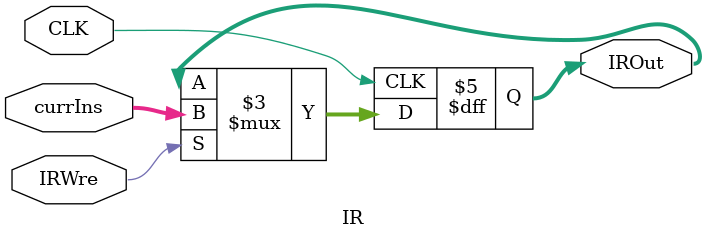
<source format=v>
module IR(
    input CLK,
    input [31:0] currIns,
    input IRWre,
    output reg [31:0] IROut
    );

    always @(posedge CLK) begin
        if (IRWre)
            IROut = currIns;
    end

endmodule
</source>
